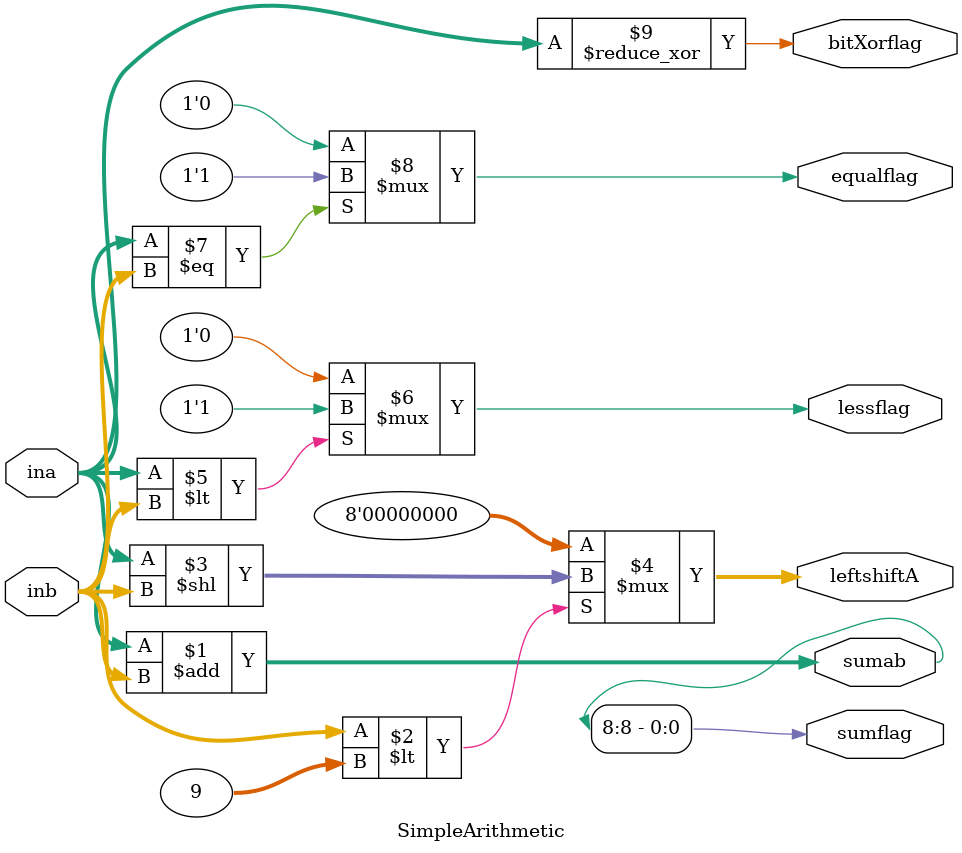
<source format=v>
`timescale 1ns / 1ps

module SimpleArithmetic(
    input [7:0] ina,       // ÊäÈë A
    input [7:0] inb,       // ÊäÈë B
    output [8:0] sumab,    // A ºÍ B µÄºÍ£¨9 Î»£¬ÓÃÓÚ°üº¬½øÎ»£©
    output sumflag,        // ºÍµÄ½øÎ»±êÖ¾
    output [7:0] leftshiftA, // A Ïò×óÒÆÎ» inb Î»
    output lessflag,       // A < B ±êÖ¾
    output equalflag,      // A == B ±êÖ¾
    output bitXorflag      // A µÄ°´Î»Ëõ¼õÒì»ò½á¹û
);

    // ¼ÆËãºÍÒÔ¼°½øÎ»±êÖ¾
    assign sumab = ina + inb; // sumab °üÀ¨ÁË½øÎ»
    assign sumflag = sumab[8]; // ÌáÈ¡½øÎ»

    // A Ïò×óÂß¼­ÒÆÎ» inb Î»
    assign leftshiftA = (inb < 9) ? (ina << inb) : 8'b0; 

    // ÅÐ¶Ï A ÊÇ·ñÐ¡ÓÚ B
    assign lessflag = (ina < inb) ? 1'b1 : 1'b0;

    // ÅÐ¶Ï A ÊÇ·ñµÈÓÚ B
    assign equalflag = (ina == inb) ? 1'b1 : 1'b0;

    // ¼ÆËã A µÄ°´Î»Ëõ¼õÒì»ò½á¹û
    assign bitXorflag = ^ina; // °´Î»Òì»ò²¢Ëõ¼õ

endmodule


</source>
